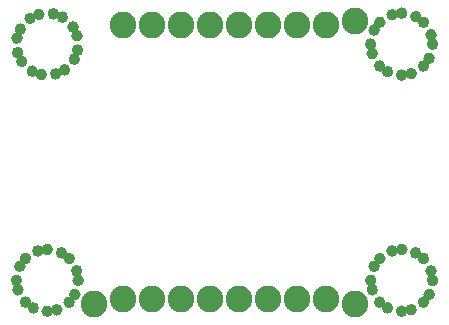
<source format=gtp>
%TF.GenerationSoftware,KiCad,Pcbnew,9.0.0*%
%TF.CreationDate,2025-03-25T13:50:56+00:00*%
%TF.ProjectId,vm_rp2040_pogo_mh_0.1,766d5f72-7032-4303-9430-5f706f676f5f,v0.1*%
%TF.SameCoordinates,Original*%
%TF.FileFunction,Paste,Top*%
%TF.FilePolarity,Positive*%
%FSLAX45Y45*%
G04 Gerber Fmt 4.5, Leading zero omitted, Abs format (unit mm)*
G04 Created by KiCad (PCBNEW 9.0.0) date 2025-03-25 13:50:56*
%MOMM*%
%LPD*%
G01*
G04 APERTURE LIST*
%ADD10C,0.482402*%
%ADD11C,0.482401*%
%ADD12C,0.482403*%
%ADD13C,0.482404*%
%ADD14C,2.254000*%
G04 APERTURE END LIST*
D10*
X-1290483Y-815407D02*
G75*
G02*
X-1338723Y-815407I-24120J0D01*
G01*
X-1338723Y-815407D02*
G75*
G02*
X-1290483Y-815407I24120J0D01*
G01*
D11*
X1443787Y-751121D02*
G75*
G02*
X1395547Y-751121I-24120J0D01*
G01*
X1395547Y-751121D02*
G75*
G02*
X1443787Y-751121I24120J0D01*
G01*
D10*
X-1661117Y-1184753D02*
G75*
G02*
X-1709357Y-1184753I-24120J0D01*
G01*
X-1709357Y-1184753D02*
G75*
G02*
X-1661117Y-1184753I24120J0D01*
G01*
D12*
X1773159Y-919667D02*
G75*
G02*
X1724919Y-919667I-24120J0D01*
G01*
X1724919Y-919667D02*
G75*
G02*
X1773159Y-919667I24120J0D01*
G01*
D10*
X1262577Y-999625D02*
G75*
G02*
X1214337Y-999625I-24120J0D01*
G01*
X1214337Y-999625D02*
G75*
G02*
X1262577Y-999625I24120J0D01*
G01*
X-1475345Y-738457D02*
G75*
G02*
X-1523585Y-738457I-24120J0D01*
G01*
X-1523585Y-738457D02*
G75*
G02*
X-1475345Y-738457I24120J0D01*
G01*
X1275241Y919507D02*
G75*
G02*
X1227001Y919507I-24120J0D01*
G01*
X1227001Y919507D02*
G75*
G02*
X1275241Y919507I24120J0D01*
G01*
X-1291127Y-1185397D02*
G75*
G02*
X-1339367Y-1185397I-24120J0D01*
G01*
X-1339367Y-1185397D02*
G75*
G02*
X-1291127Y-1185397I24120J0D01*
G01*
X1523745Y738297D02*
G75*
G02*
X1475505Y738297I-24120J0D01*
G01*
X1475505Y738297D02*
G75*
G02*
X1523745Y738297I24120J0D01*
G01*
X-1476255Y-1261703D02*
G75*
G02*
X-1524495Y-1261703I-24120J0D01*
G01*
X-1524495Y-1261703D02*
G75*
G02*
X-1476255Y-1261703I24120J0D01*
G01*
X1405020Y767019D02*
G75*
G02*
X1356780Y767019I-24120J0D01*
G01*
X1356780Y767019D02*
G75*
G02*
X1405020Y767019I24120J0D01*
G01*
X1275241Y-1080493D02*
G75*
G02*
X1227001Y-1080493I-24120J0D01*
G01*
X1227001Y-1080493D02*
G75*
G02*
X1275241Y-1080493I24120J0D01*
G01*
X1291299Y1119100D02*
G75*
G02*
X1243059Y1119100I-24120J0D01*
G01*
X1243059Y1119100D02*
G75*
G02*
X1291299Y1119100I24120J0D01*
G01*
X1757101Y880740D02*
G75*
G02*
X1708861Y880740I-24120J0D01*
G01*
X1708861Y880740D02*
G75*
G02*
X1757101Y880740I24120J0D01*
G01*
X-1395387Y-1249039D02*
G75*
G02*
X-1443627Y-1249039I-24120J0D01*
G01*
X-1443627Y-1249039D02*
G75*
G02*
X-1395387Y-1249039I24120J0D01*
G01*
X1785823Y-1000535D02*
G75*
G02*
X1737583Y-1000535I-24120J0D01*
G01*
X1737583Y-1000535D02*
G75*
G02*
X1785823Y-1000535I24120J0D01*
G01*
X-1356620Y-767179D02*
G75*
G02*
X-1404860Y-767179I-24120J0D01*
G01*
X-1404860Y-767179D02*
G75*
G02*
X-1356620Y-767179I24120J0D01*
G01*
X-1724759Y-1080493D02*
G75*
G02*
X-1772999Y-1080493I-24120J0D01*
G01*
X-1772999Y-1080493D02*
G75*
G02*
X-1724759Y-1080493I24120J0D01*
G01*
X1785823Y999465D02*
G75*
G02*
X1737583Y999465I-24120J0D01*
G01*
X1737583Y999465D02*
G75*
G02*
X1785823Y999465I24120J0D01*
G01*
X1757101Y-1119260D02*
G75*
G02*
X1708861Y-1119260I-24120J0D01*
G01*
X1708861Y-1119260D02*
G75*
G02*
X1757101Y-1119260I24120J0D01*
G01*
X1262577Y1000375D02*
G75*
G02*
X1214337Y1000375I-24120J0D01*
G01*
X1214337Y1000375D02*
G75*
G02*
X1262577Y1000375I24120J0D01*
G01*
X-1594980Y-1232981D02*
G75*
G02*
X-1643220Y-1232981I-24120J0D01*
G01*
X-1643220Y-1232981D02*
G75*
G02*
X-1594980Y-1232981I24120J0D01*
G01*
X1709517Y-815407D02*
G75*
G02*
X1661277Y-815407I-24120J0D01*
G01*
X1661277Y-815407D02*
G75*
G02*
X1709517Y-815407I24120J0D01*
G01*
X-1660473Y-814763D02*
G75*
G02*
X-1708713Y-814763I-24120J0D01*
G01*
X-1708713Y-814763D02*
G75*
G02*
X-1660473Y-814763I24120J0D01*
G01*
X1708873Y814603D02*
G75*
G02*
X1660633Y814603I-24120J0D01*
G01*
X1660633Y814603D02*
G75*
G02*
X1708873Y814603I24120J0D01*
G01*
X1604613Y750961D02*
G75*
G02*
X1556373Y750961I-24120J0D01*
G01*
X1556373Y750961D02*
G75*
G02*
X1604613Y750961I24120J0D01*
G01*
X1643380Y1232821D02*
G75*
G02*
X1595140Y1232821I-24120J0D01*
G01*
X1595140Y1232821D02*
G75*
G02*
X1643380Y1232821I24120J0D01*
G01*
D12*
X1773159Y1080333D02*
G75*
G02*
X1724919Y1080333I-24120J0D01*
G01*
X1724919Y1080333D02*
G75*
G02*
X1773159Y1080333I24120J0D01*
G01*
D10*
X1523745Y-1261703D02*
G75*
G02*
X1475505Y-1261703I-24120J0D01*
G01*
X1475505Y-1261703D02*
G75*
G02*
X1523745Y-1261703I24120J0D01*
G01*
X-1214177Y-1000535D02*
G75*
G02*
X-1262417Y-1000535I-24120J0D01*
G01*
X-1262417Y-1000535D02*
G75*
G02*
X-1214177Y-1000535I24120J0D01*
G01*
X-1708701Y-880900D02*
G75*
G02*
X-1756941Y-880900I-24120J0D01*
G01*
X-1756941Y-880900D02*
G75*
G02*
X-1708701Y-880900I24120J0D01*
G01*
X1643380Y-767179D02*
G75*
G02*
X1595140Y-767179I-24120J0D01*
G01*
X1595140Y-767179D02*
G75*
G02*
X1643380Y-767179I24120J0D01*
G01*
X1524655Y-738457D02*
G75*
G02*
X1476415Y-738457I-24120J0D01*
G01*
X1476415Y-738457D02*
G75*
G02*
X1524655Y-738457I24120J0D01*
G01*
X1338883Y815247D02*
G75*
G02*
X1290643Y815247I-24120J0D01*
G01*
X1290643Y815247D02*
G75*
G02*
X1338883Y815247I24120J0D01*
G01*
X1709517Y1184593D02*
G75*
G02*
X1661277Y1184593I-24120J0D01*
G01*
X1661277Y1184593D02*
G75*
G02*
X1709517Y1184593I24120J0D01*
G01*
X1524655Y1261543D02*
G75*
G02*
X1476415Y1261543I-24120J0D01*
G01*
X1476415Y1261543D02*
G75*
G02*
X1524655Y1261543I24120J0D01*
G01*
D11*
X1443787Y1248879D02*
G75*
G02*
X1395547Y1248879I-24120J0D01*
G01*
X1395547Y1248879D02*
G75*
G02*
X1443787Y1248879I24120J0D01*
G01*
D10*
X1708873Y-1185397D02*
G75*
G02*
X1660633Y-1185397I-24120J0D01*
G01*
X1660633Y-1185397D02*
G75*
G02*
X1708873Y-1185397I24120J0D01*
G01*
D11*
X-1556213Y-751121D02*
G75*
G02*
X-1604453Y-751121I-24120J0D01*
G01*
X-1604453Y-751121D02*
G75*
G02*
X-1556213Y-751121I24120J0D01*
G01*
D10*
X1291299Y-880900D02*
G75*
G02*
X1243059Y-880900I-24120J0D01*
G01*
X1243059Y-880900D02*
G75*
G02*
X1291299Y-880900I24120J0D01*
G01*
D12*
X-1226841Y-919667D02*
G75*
G02*
X-1275081Y-919667I-24120J0D01*
G01*
X-1275081Y-919667D02*
G75*
G02*
X-1226841Y-919667I24120J0D01*
G01*
D10*
X1604613Y-1249039D02*
G75*
G02*
X1556373Y-1249039I-24120J0D01*
G01*
X1556373Y-1249039D02*
G75*
G02*
X1604613Y-1249039I24120J0D01*
G01*
X1405020Y-1232981D02*
G75*
G02*
X1356780Y-1232981I-24120J0D01*
G01*
X1356780Y-1232981D02*
G75*
G02*
X1405020Y-1232981I24120J0D01*
G01*
X1338883Y-1184753D02*
G75*
G02*
X1290643Y-1184753I-24120J0D01*
G01*
X1290643Y-1184753D02*
G75*
G02*
X1338883Y-1184753I24120J0D01*
G01*
X-1242899Y-1119260D02*
G75*
G02*
X-1291139Y-1119260I-24120J0D01*
G01*
X-1291139Y-1119260D02*
G75*
G02*
X-1242899Y-1119260I24120J0D01*
G01*
X1339527Y-814763D02*
G75*
G02*
X1291287Y-814763I-24120J0D01*
G01*
X1291287Y-814763D02*
G75*
G02*
X1339527Y-814763I24120J0D01*
G01*
X1339527Y1185237D02*
G75*
G02*
X1291287Y1185237I-24120J0D01*
G01*
X1291287Y1185237D02*
G75*
G02*
X1339527Y1185237I24120J0D01*
G01*
X-1737423Y-999625D02*
G75*
G02*
X-1785663Y-999625I-24120J0D01*
G01*
X-1785663Y-999625D02*
G75*
G02*
X-1737423Y-999625I24120J0D01*
G01*
%TO.C,MH1*%
X-1732627Y1050231D02*
G75*
G02*
X-1780867Y1050231I-24120J0D01*
G01*
X-1780867Y1050231D02*
G75*
G02*
X-1732627Y1050231I24120J0D01*
G01*
X-1732627Y1050231D02*
G75*
G02*
X-1780867Y1050231I-24120J0D01*
G01*
X-1780867Y1050231D02*
G75*
G02*
X-1732627Y1050231I24120J0D01*
G01*
X-1727511Y928189D02*
G75*
G02*
X-1775751Y928189I-24120J0D01*
G01*
X-1775751Y928189D02*
G75*
G02*
X-1727511Y928189I24120J0D01*
G01*
X-1704497Y1127099D02*
G75*
G02*
X-1752737Y1127099I-24120J0D01*
G01*
X-1752737Y1127099D02*
G75*
G02*
X-1704497Y1127099I24120J0D01*
G01*
X-1693047Y853944D02*
G75*
G02*
X-1741288Y853944I-24120J0D01*
G01*
X-1741288Y853944D02*
G75*
G02*
X-1693047Y853944I24120J0D01*
G01*
X-1693047Y853944D02*
G75*
G02*
X-1741288Y853944I-24120J0D01*
G01*
X-1741288Y853944D02*
G75*
G02*
X-1693047Y853944I24120J0D01*
G01*
D11*
X-1621818Y1217014D02*
G75*
G02*
X-1670058Y1217014I-24120J0D01*
G01*
X-1670058Y1217014D02*
G75*
G02*
X-1621818Y1217014I24120J0D01*
G01*
X-1621818Y1217014D02*
G75*
G02*
X-1670058Y1217014I-24120J0D01*
G01*
X-1670058Y1217014D02*
G75*
G02*
X-1621818Y1217014I24120J0D01*
G01*
D10*
X-1603133Y771264D02*
G75*
G02*
X-1651373Y771264I-24120J0D01*
G01*
X-1651373Y771264D02*
G75*
G02*
X-1603133Y771264I24120J0D01*
G01*
X-1547573Y1251477D02*
G75*
G02*
X-1595813Y1251477I-24120J0D01*
G01*
X-1595813Y1251477D02*
G75*
G02*
X-1547573Y1251477I24120J0D01*
G01*
D13*
X-1526264Y743135D02*
G75*
G02*
X-1574505Y743135I-24120J0D01*
G01*
X-1574505Y743135D02*
G75*
G02*
X-1526264Y743135I24120J0D01*
G01*
X-1526264Y743135D02*
G75*
G02*
X-1574505Y743135I-24120J0D01*
G01*
X-1574505Y743135D02*
G75*
G02*
X-1526264Y743135I24120J0D01*
G01*
D12*
X-1425531Y1256593D02*
G75*
G02*
X-1473771Y1256593I-24120J0D01*
G01*
X-1473771Y1256593D02*
G75*
G02*
X-1425531Y1256593I24120J0D01*
G01*
X-1425531Y1256593D02*
G75*
G02*
X-1473771Y1256593I-24120J0D01*
G01*
X-1473771Y1256593D02*
G75*
G02*
X-1425531Y1256593I24120J0D01*
G01*
D10*
X-1404222Y748251D02*
G75*
G02*
X-1452463Y748251I-24120J0D01*
G01*
X-1452463Y748251D02*
G75*
G02*
X-1404222Y748251I24120J0D01*
G01*
X-1348662Y1228464D02*
G75*
G02*
X-1396903Y1228464I-24120J0D01*
G01*
X-1396903Y1228464D02*
G75*
G02*
X-1348662Y1228464I24120J0D01*
G01*
X-1329978Y782714D02*
G75*
G02*
X-1378218Y782714I-24120J0D01*
G01*
X-1378218Y782714D02*
G75*
G02*
X-1329978Y782714I24120J0D01*
G01*
X-1329978Y782714D02*
G75*
G02*
X-1378218Y782714I-24120J0D01*
G01*
X-1378218Y782714D02*
G75*
G02*
X-1329978Y782714I24120J0D01*
G01*
X-1258748Y1145784D02*
G75*
G02*
X-1306988Y1145784I-24120J0D01*
G01*
X-1306988Y1145784D02*
G75*
G02*
X-1258748Y1145784I24120J0D01*
G01*
X-1258748Y1145784D02*
G75*
G02*
X-1306988Y1145784I-24120J0D01*
G01*
X-1306988Y1145784D02*
G75*
G02*
X-1258748Y1145784I24120J0D01*
G01*
X-1247298Y872629D02*
G75*
G02*
X-1295538Y872629I-24120J0D01*
G01*
X-1295538Y872629D02*
G75*
G02*
X-1247298Y872629I24120J0D01*
G01*
X-1224284Y1071539D02*
G75*
G02*
X-1272525Y1071539I-24120J0D01*
G01*
X-1272525Y1071539D02*
G75*
G02*
X-1224284Y1071539I24120J0D01*
G01*
X-1219169Y949497D02*
G75*
G02*
X-1267409Y949497I-24120J0D01*
G01*
X-1267409Y949497D02*
G75*
G02*
X-1219169Y949497I24120J0D01*
G01*
X-1219169Y949497D02*
G75*
G02*
X-1267409Y949497I-24120J0D01*
G01*
X-1267409Y949497D02*
G75*
G02*
X-1219169Y949497I24120J0D01*
G01*
%TD*%
D14*
%TO.C,J8*%
X861055Y1160663D03*
%TD*%
%TO.C,J10*%
X1103999Y-1199513D03*
%TD*%
%TO.C,J16*%
X-369001Y-1160513D03*
%TD*%
%TO.C,J4*%
X-122945Y1160663D03*
%TD*%
%TO.C,J11*%
X860999Y-1160513D03*
%TD*%
%TO.C,J17*%
X-615001Y-1160513D03*
%TD*%
%TO.C,J5*%
X123055Y1160663D03*
%TD*%
%TO.C,J6*%
X369055Y1160663D03*
%TD*%
%TO.C,J12*%
X614999Y-1160513D03*
%TD*%
%TO.C,J15*%
X-123001Y-1160513D03*
%TD*%
%TO.C,J3*%
X-368945Y1160663D03*
%TD*%
%TO.C,J7*%
X615055Y1160663D03*
%TD*%
%TO.C,J19*%
X-1104001Y-1199513D03*
%TD*%
%TO.C,J2*%
X-614945Y1160663D03*
%TD*%
%TO.C,J1*%
X-860945Y1160663D03*
%TD*%
%TO.C,J14*%
X122999Y-1160513D03*
%TD*%
%TO.C,J9*%
X1104055Y1199663D03*
%TD*%
%TO.C,J18*%
X-861001Y-1160513D03*
%TD*%
%TO.C,J13*%
X368999Y-1160513D03*
%TD*%
M02*

</source>
